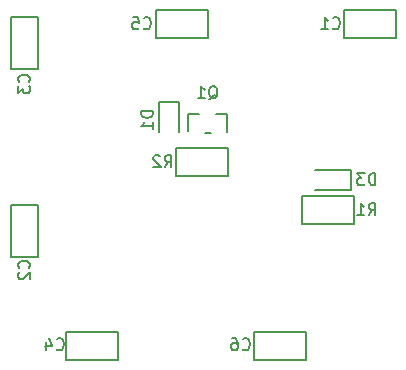
<source format=gbo>
G04 #@! TF.GenerationSoftware,KiCad,Pcbnew,(5.1.6)-1*
G04 #@! TF.CreationDate,2023-04-30T23:16:11+02:00*
G04 #@! TF.ProjectId,hub-1-wire,6875622d-312d-4776-9972-652e6b696361,rev?*
G04 #@! TF.SameCoordinates,Original*
G04 #@! TF.FileFunction,Legend,Bot*
G04 #@! TF.FilePolarity,Positive*
%FSLAX46Y46*%
G04 Gerber Fmt 4.6, Leading zero omitted, Abs format (unit mm)*
G04 Created by KiCad (PCBNEW (5.1.6)-1) date 2023-04-30 23:16:11*
%MOMM*%
%LPD*%
G01*
G04 APERTURE LIST*
%ADD10C,0.160000*%
%ADD11R,1.102000X1.102000*%
%ADD12C,6.102000*%
%ADD13C,0.902000*%
%ADD14C,0.100000*%
%ADD15R,0.902000X0.902000*%
%ADD16R,3.602000X3.602000*%
%ADD17C,3.602000*%
%ADD18C,1.602000*%
%ADD19C,3.402000*%
%ADD20R,1.002000X1.002000*%
G04 APERTURE END LIST*
D10*
X213233000Y-86362000D02*
X213233000Y-87822000D01*
X216535000Y-86362000D02*
X216535000Y-87884000D01*
X216535000Y-86362000D02*
X215605000Y-86362000D01*
X213233000Y-86362000D02*
X214163000Y-86362000D01*
X215138000Y-88011000D02*
X214630000Y-88011000D01*
X212176000Y-91604000D02*
X216576000Y-91604000D01*
X216576000Y-91604000D02*
X216576000Y-89244000D01*
X216576000Y-89244000D02*
X212176000Y-89244000D01*
X212176000Y-89244000D02*
X212176000Y-91604000D01*
X222844000Y-95668000D02*
X227244000Y-95668000D01*
X227244000Y-95668000D02*
X227244000Y-93308000D01*
X227244000Y-93308000D02*
X222844000Y-93308000D01*
X222844000Y-93308000D02*
X222844000Y-95668000D01*
X227012500Y-91098000D02*
X223994000Y-91098000D01*
X227012500Y-92798000D02*
X223994000Y-92798000D01*
X227012500Y-91098000D02*
X227012500Y-92798000D01*
X218780000Y-107225000D02*
X223180000Y-107225000D01*
X223180000Y-104865000D02*
X218780000Y-104865000D01*
X218780000Y-104865000D02*
X218780000Y-107225000D01*
X223180000Y-107225000D02*
X223180000Y-104865000D01*
X214925000Y-77560000D02*
X210525000Y-77560000D01*
X210525000Y-79920000D02*
X214925000Y-79920000D01*
X214925000Y-79920000D02*
X214925000Y-77560000D01*
X210525000Y-77560000D02*
X210525000Y-79920000D01*
X202905000Y-107225000D02*
X207305000Y-107225000D01*
X207305000Y-104865000D02*
X202905000Y-104865000D01*
X202905000Y-104865000D02*
X202905000Y-107225000D01*
X207305000Y-107225000D02*
X207305000Y-104865000D01*
X198210000Y-78191000D02*
X198210000Y-82591000D01*
X200570000Y-82591000D02*
X200570000Y-78191000D01*
X200570000Y-78191000D02*
X198210000Y-78191000D01*
X198210000Y-82591000D02*
X200570000Y-82591000D01*
X198210000Y-94066000D02*
X198210000Y-98466000D01*
X200570000Y-98466000D02*
X200570000Y-94066000D01*
X200570000Y-94066000D02*
X198210000Y-94066000D01*
X198210000Y-98466000D02*
X200570000Y-98466000D01*
X210732000Y-85344000D02*
X212432000Y-85344000D01*
X212432000Y-85344000D02*
X212432000Y-87918000D01*
X210732000Y-85344000D02*
X210732000Y-87918000D01*
X230800000Y-77560000D02*
X226400000Y-77560000D01*
X226400000Y-79920000D02*
X230800000Y-79920000D01*
X230800000Y-79920000D02*
X230800000Y-77560000D01*
X226400000Y-77560000D02*
X226400000Y-79920000D01*
X214979238Y-85129619D02*
X215074476Y-85082000D01*
X215169714Y-84986761D01*
X215312571Y-84843904D01*
X215407809Y-84796285D01*
X215503047Y-84796285D01*
X215455428Y-85034380D02*
X215550666Y-84986761D01*
X215645904Y-84891523D01*
X215693523Y-84701047D01*
X215693523Y-84367714D01*
X215645904Y-84177238D01*
X215550666Y-84082000D01*
X215455428Y-84034380D01*
X215264952Y-84034380D01*
X215169714Y-84082000D01*
X215074476Y-84177238D01*
X215026857Y-84367714D01*
X215026857Y-84701047D01*
X215074476Y-84891523D01*
X215169714Y-84986761D01*
X215264952Y-85034380D01*
X215455428Y-85034380D01*
X214074476Y-85034380D02*
X214645904Y-85034380D01*
X214360190Y-85034380D02*
X214360190Y-84034380D01*
X214455428Y-84177238D01*
X214550666Y-84272476D01*
X214645904Y-84320095D01*
X211240666Y-90876380D02*
X211574000Y-90400190D01*
X211812095Y-90876380D02*
X211812095Y-89876380D01*
X211431142Y-89876380D01*
X211335904Y-89924000D01*
X211288285Y-89971619D01*
X211240666Y-90066857D01*
X211240666Y-90209714D01*
X211288285Y-90304952D01*
X211335904Y-90352571D01*
X211431142Y-90400190D01*
X211812095Y-90400190D01*
X210859714Y-89971619D02*
X210812095Y-89924000D01*
X210716857Y-89876380D01*
X210478761Y-89876380D01*
X210383523Y-89924000D01*
X210335904Y-89971619D01*
X210288285Y-90066857D01*
X210288285Y-90162095D01*
X210335904Y-90304952D01*
X210907333Y-90876380D01*
X210288285Y-90876380D01*
X228512666Y-94940380D02*
X228846000Y-94464190D01*
X229084095Y-94940380D02*
X229084095Y-93940380D01*
X228703142Y-93940380D01*
X228607904Y-93988000D01*
X228560285Y-94035619D01*
X228512666Y-94130857D01*
X228512666Y-94273714D01*
X228560285Y-94368952D01*
X228607904Y-94416571D01*
X228703142Y-94464190D01*
X229084095Y-94464190D01*
X227560285Y-94940380D02*
X228131714Y-94940380D01*
X227846000Y-94940380D02*
X227846000Y-93940380D01*
X227941238Y-94083238D01*
X228036476Y-94178476D01*
X228131714Y-94226095D01*
X229084095Y-92400380D02*
X229084095Y-91400380D01*
X228846000Y-91400380D01*
X228703142Y-91448000D01*
X228607904Y-91543238D01*
X228560285Y-91638476D01*
X228512666Y-91828952D01*
X228512666Y-91971809D01*
X228560285Y-92162285D01*
X228607904Y-92257523D01*
X228703142Y-92352761D01*
X228846000Y-92400380D01*
X229084095Y-92400380D01*
X228179333Y-91400380D02*
X227560285Y-91400380D01*
X227893619Y-91781333D01*
X227750761Y-91781333D01*
X227655523Y-91828952D01*
X227607904Y-91876571D01*
X227560285Y-91971809D01*
X227560285Y-92209904D01*
X227607904Y-92305142D01*
X227655523Y-92352761D01*
X227750761Y-92400380D01*
X228036476Y-92400380D01*
X228131714Y-92352761D01*
X228179333Y-92305142D01*
X217844666Y-106275142D02*
X217892285Y-106322761D01*
X218035142Y-106370380D01*
X218130380Y-106370380D01*
X218273238Y-106322761D01*
X218368476Y-106227523D01*
X218416095Y-106132285D01*
X218463714Y-105941809D01*
X218463714Y-105798952D01*
X218416095Y-105608476D01*
X218368476Y-105513238D01*
X218273238Y-105418000D01*
X218130380Y-105370380D01*
X218035142Y-105370380D01*
X217892285Y-105418000D01*
X217844666Y-105465619D01*
X216987523Y-105370380D02*
X217178000Y-105370380D01*
X217273238Y-105418000D01*
X217320857Y-105465619D01*
X217416095Y-105608476D01*
X217463714Y-105798952D01*
X217463714Y-106179904D01*
X217416095Y-106275142D01*
X217368476Y-106322761D01*
X217273238Y-106370380D01*
X217082761Y-106370380D01*
X216987523Y-106322761D01*
X216939904Y-106275142D01*
X216892285Y-106179904D01*
X216892285Y-105941809D01*
X216939904Y-105846571D01*
X216987523Y-105798952D01*
X217082761Y-105751333D01*
X217273238Y-105751333D01*
X217368476Y-105798952D01*
X217416095Y-105846571D01*
X217463714Y-105941809D01*
X209462666Y-79097142D02*
X209510285Y-79144761D01*
X209653142Y-79192380D01*
X209748380Y-79192380D01*
X209891238Y-79144761D01*
X209986476Y-79049523D01*
X210034095Y-78954285D01*
X210081714Y-78763809D01*
X210081714Y-78620952D01*
X210034095Y-78430476D01*
X209986476Y-78335238D01*
X209891238Y-78240000D01*
X209748380Y-78192380D01*
X209653142Y-78192380D01*
X209510285Y-78240000D01*
X209462666Y-78287619D01*
X208557904Y-78192380D02*
X209034095Y-78192380D01*
X209081714Y-78668571D01*
X209034095Y-78620952D01*
X208938857Y-78573333D01*
X208700761Y-78573333D01*
X208605523Y-78620952D01*
X208557904Y-78668571D01*
X208510285Y-78763809D01*
X208510285Y-79001904D01*
X208557904Y-79097142D01*
X208605523Y-79144761D01*
X208700761Y-79192380D01*
X208938857Y-79192380D01*
X209034095Y-79144761D01*
X209081714Y-79097142D01*
X202096666Y-106275142D02*
X202144285Y-106322761D01*
X202287142Y-106370380D01*
X202382380Y-106370380D01*
X202525238Y-106322761D01*
X202620476Y-106227523D01*
X202668095Y-106132285D01*
X202715714Y-105941809D01*
X202715714Y-105798952D01*
X202668095Y-105608476D01*
X202620476Y-105513238D01*
X202525238Y-105418000D01*
X202382380Y-105370380D01*
X202287142Y-105370380D01*
X202144285Y-105418000D01*
X202096666Y-105465619D01*
X201239523Y-105703714D02*
X201239523Y-106370380D01*
X201477619Y-105322761D02*
X201715714Y-106037047D01*
X201096666Y-106037047D01*
X199747142Y-83653333D02*
X199794761Y-83605714D01*
X199842380Y-83462857D01*
X199842380Y-83367619D01*
X199794761Y-83224761D01*
X199699523Y-83129523D01*
X199604285Y-83081904D01*
X199413809Y-83034285D01*
X199270952Y-83034285D01*
X199080476Y-83081904D01*
X198985238Y-83129523D01*
X198890000Y-83224761D01*
X198842380Y-83367619D01*
X198842380Y-83462857D01*
X198890000Y-83605714D01*
X198937619Y-83653333D01*
X198842380Y-83986666D02*
X198842380Y-84605714D01*
X199223333Y-84272380D01*
X199223333Y-84415238D01*
X199270952Y-84510476D01*
X199318571Y-84558095D01*
X199413809Y-84605714D01*
X199651904Y-84605714D01*
X199747142Y-84558095D01*
X199794761Y-84510476D01*
X199842380Y-84415238D01*
X199842380Y-84129523D01*
X199794761Y-84034285D01*
X199747142Y-83986666D01*
X199747142Y-99401333D02*
X199794761Y-99353714D01*
X199842380Y-99210857D01*
X199842380Y-99115619D01*
X199794761Y-98972761D01*
X199699523Y-98877523D01*
X199604285Y-98829904D01*
X199413809Y-98782285D01*
X199270952Y-98782285D01*
X199080476Y-98829904D01*
X198985238Y-98877523D01*
X198890000Y-98972761D01*
X198842380Y-99115619D01*
X198842380Y-99210857D01*
X198890000Y-99353714D01*
X198937619Y-99401333D01*
X198937619Y-99782285D02*
X198890000Y-99829904D01*
X198842380Y-99925142D01*
X198842380Y-100163238D01*
X198890000Y-100258476D01*
X198937619Y-100306095D01*
X199032857Y-100353714D01*
X199128095Y-100353714D01*
X199270952Y-100306095D01*
X199842380Y-99734666D01*
X199842380Y-100353714D01*
X210256380Y-86129904D02*
X209256380Y-86129904D01*
X209256380Y-86368000D01*
X209304000Y-86510857D01*
X209399238Y-86606095D01*
X209494476Y-86653714D01*
X209684952Y-86701333D01*
X209827809Y-86701333D01*
X210018285Y-86653714D01*
X210113523Y-86606095D01*
X210208761Y-86510857D01*
X210256380Y-86368000D01*
X210256380Y-86129904D01*
X210256380Y-87653714D02*
X210256380Y-87082285D01*
X210256380Y-87368000D02*
X209256380Y-87368000D01*
X209399238Y-87272761D01*
X209494476Y-87177523D01*
X209542095Y-87082285D01*
X225464666Y-79097142D02*
X225512285Y-79144761D01*
X225655142Y-79192380D01*
X225750380Y-79192380D01*
X225893238Y-79144761D01*
X225988476Y-79049523D01*
X226036095Y-78954285D01*
X226083714Y-78763809D01*
X226083714Y-78620952D01*
X226036095Y-78430476D01*
X225988476Y-78335238D01*
X225893238Y-78240000D01*
X225750380Y-78192380D01*
X225655142Y-78192380D01*
X225512285Y-78240000D01*
X225464666Y-78287619D01*
X224512285Y-79192380D02*
X225083714Y-79192380D01*
X224798000Y-79192380D02*
X224798000Y-78192380D01*
X224893238Y-78335238D01*
X224988476Y-78430476D01*
X225083714Y-78478095D01*
%LPC*%
D11*
X214884000Y-85922000D03*
X213934000Y-88122000D03*
X215834000Y-88122000D03*
D12*
X236220000Y-111760000D03*
X196850000Y-111760000D03*
X236220000Y-73660000D03*
X196850000Y-73660000D03*
D13*
X205105000Y-83185000D03*
X201295000Y-79375000D03*
X218440000Y-100965000D03*
X216535000Y-104775000D03*
X203835000Y-104140000D03*
X201295000Y-94996000D03*
X229870000Y-80645000D03*
X213995000Y-80645000D03*
X208026000Y-86106000D03*
D14*
G36*
X213807000Y-89473000D02*
G01*
X213807000Y-91375000D01*
X212405000Y-91375000D01*
X212405000Y-89473000D01*
X213807000Y-89473000D01*
G37*
G36*
X216347000Y-89473000D02*
G01*
X216347000Y-91375000D01*
X214945000Y-91375000D01*
X214945000Y-89473000D01*
X216347000Y-89473000D01*
G37*
G36*
X224475000Y-93537000D02*
G01*
X224475000Y-95439000D01*
X223073000Y-95439000D01*
X223073000Y-93537000D01*
X224475000Y-93537000D01*
G37*
G36*
X227015000Y-93537000D02*
G01*
X227015000Y-95439000D01*
X225613000Y-95439000D01*
X225613000Y-93537000D01*
X227015000Y-93537000D01*
G37*
D15*
X226314000Y-91948000D03*
X223774000Y-91948000D03*
D14*
G36*
X221549000Y-106996000D02*
G01*
X221549000Y-105094000D01*
X222951000Y-105094000D01*
X222951000Y-106996000D01*
X221549000Y-106996000D01*
G37*
G36*
X219009000Y-106996000D02*
G01*
X219009000Y-105094000D01*
X220411000Y-105094000D01*
X220411000Y-106996000D01*
X219009000Y-106996000D01*
G37*
G36*
X212156000Y-77789000D02*
G01*
X212156000Y-79691000D01*
X210754000Y-79691000D01*
X210754000Y-77789000D01*
X212156000Y-77789000D01*
G37*
G36*
X214696000Y-77789000D02*
G01*
X214696000Y-79691000D01*
X213294000Y-79691000D01*
X213294000Y-77789000D01*
X214696000Y-77789000D01*
G37*
G36*
X205674000Y-106996000D02*
G01*
X205674000Y-105094000D01*
X207076000Y-105094000D01*
X207076000Y-106996000D01*
X205674000Y-106996000D01*
G37*
G36*
X203134000Y-106996000D02*
G01*
X203134000Y-105094000D01*
X204536000Y-105094000D01*
X204536000Y-106996000D01*
X203134000Y-106996000D01*
G37*
G36*
X198439000Y-80960000D02*
G01*
X200341000Y-80960000D01*
X200341000Y-82362000D01*
X198439000Y-82362000D01*
X198439000Y-80960000D01*
G37*
G36*
X198439000Y-78420000D02*
G01*
X200341000Y-78420000D01*
X200341000Y-79822000D01*
X198439000Y-79822000D01*
X198439000Y-78420000D01*
G37*
G36*
X198439000Y-96835000D02*
G01*
X200341000Y-96835000D01*
X200341000Y-98237000D01*
X198439000Y-98237000D01*
X198439000Y-96835000D01*
G37*
G36*
X198439000Y-94295000D02*
G01*
X200341000Y-94295000D01*
X200341000Y-95697000D01*
X198439000Y-95697000D01*
X198439000Y-94295000D01*
G37*
D16*
X218948000Y-109855000D03*
D17*
X229108000Y-109855000D03*
X224028000Y-109855000D03*
D16*
X203962000Y-109855000D03*
D17*
X214122000Y-109855000D03*
X209042000Y-109855000D03*
D16*
X195580000Y-94996000D03*
D17*
X195580000Y-105156000D03*
X195580000Y-100076000D03*
D16*
X195580000Y-80010000D03*
D17*
X195580000Y-90170000D03*
X195580000Y-85090000D03*
D16*
X214122000Y-74930000D03*
D17*
X203962000Y-74930000D03*
X209042000Y-74930000D03*
D16*
X229108000Y-74930000D03*
D17*
X218948000Y-74930000D03*
X224028000Y-74930000D03*
D18*
X221615000Y-94360000D03*
X219075000Y-88010000D03*
D19*
X227965000Y-98172000D03*
D18*
X221615000Y-89280000D03*
X219075000Y-95630000D03*
X221615000Y-91820000D03*
X219075000Y-93090000D03*
X219075000Y-90550000D03*
X221615000Y-96900000D03*
D19*
X227965000Y-86740000D03*
D20*
X211582000Y-87593000D03*
X211582000Y-86143000D03*
D14*
G36*
X228031000Y-77789000D02*
G01*
X228031000Y-79691000D01*
X226629000Y-79691000D01*
X226629000Y-77789000D01*
X228031000Y-77789000D01*
G37*
G36*
X230571000Y-77789000D02*
G01*
X230571000Y-79691000D01*
X229169000Y-79691000D01*
X229169000Y-77789000D01*
X230571000Y-77789000D01*
G37*
M02*

</source>
